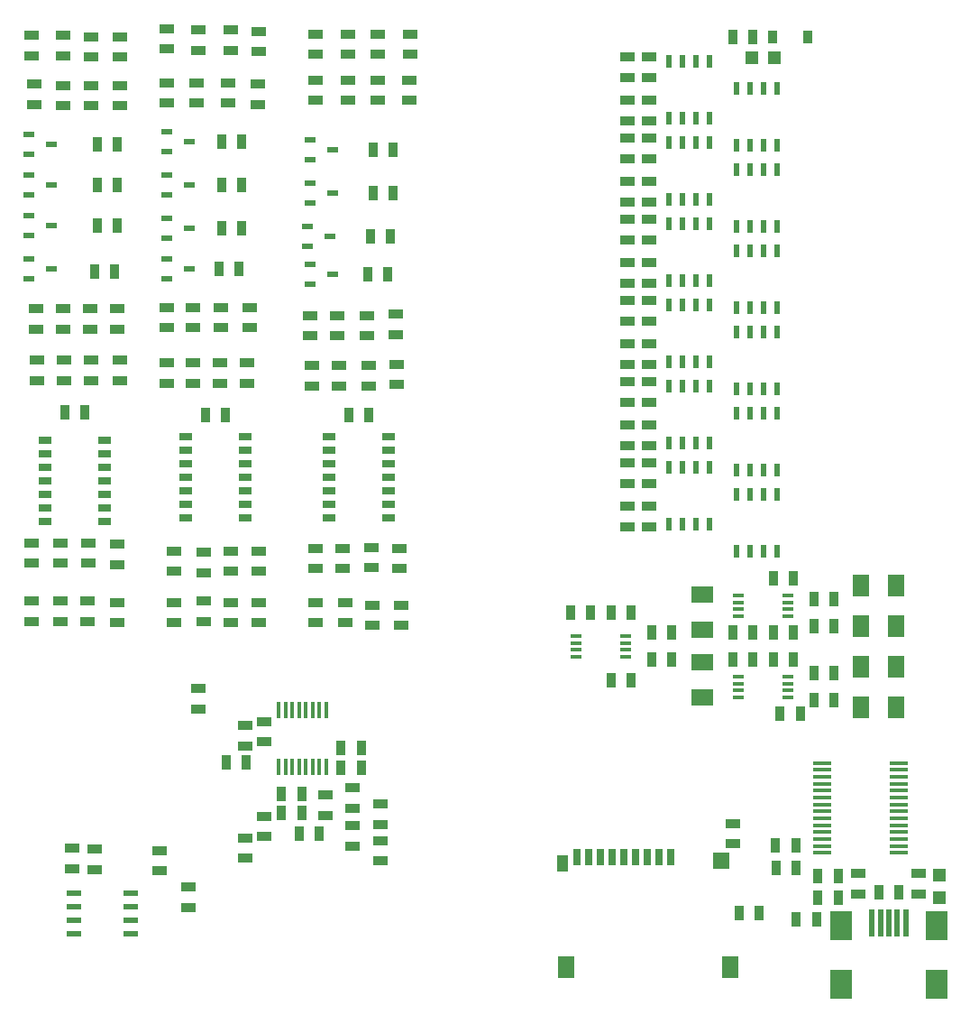
<source format=gtp>
G04 (created by PCBNEW (2013-07-07 BZR 4022)-stable) date 28/01/2014 16:49:45*
%MOIN*%
G04 Gerber Fmt 3.4, Leading zero omitted, Abs format*
%FSLAX34Y34*%
G01*
G70*
G90*
G04 APERTURE LIST*
%ADD10C,0.00590551*%
%ADD11R,0.0394X0.0236*%
%ADD12R,0.05X0.025*%
%ADD13R,0.035X0.055*%
%ADD14R,0.055X0.035*%
%ADD15R,0.0472X0.0472*%
%ADD16R,0.065X0.016*%
%ADD17R,0.02X0.1*%
%ADD18R,0.0787402X0.11*%
%ADD19R,0.03X0.06*%
%ADD20R,0.04X0.06*%
%ADD21R,0.06X0.08*%
%ADD22R,0.06X0.06*%
%ADD23R,0.0177X0.059*%
%ADD24R,0.0551X0.0236*%
%ADD25R,0.02X0.045*%
%ADD26R,0.038X0.05*%
%ADD27R,0.08X0.06*%
%ADD28R,0.0402X0.0161*%
G04 APERTURE END LIST*
G54D10*
G54D11*
X52084Y-46325D03*
X52916Y-46700D03*
X52084Y-47075D03*
X62484Y-45125D03*
X63316Y-45500D03*
X62484Y-45875D03*
X62484Y-43525D03*
X63316Y-43900D03*
X62484Y-44275D03*
X52084Y-44825D03*
X52916Y-45200D03*
X52084Y-45575D03*
X52084Y-47925D03*
X52916Y-48300D03*
X52084Y-48675D03*
X52084Y-43325D03*
X52916Y-43700D03*
X52084Y-44075D03*
X57184Y-44825D03*
X58016Y-45200D03*
X57184Y-45575D03*
X57184Y-43225D03*
X58016Y-43600D03*
X57184Y-43975D03*
X57184Y-47925D03*
X58016Y-48300D03*
X57184Y-48675D03*
X57184Y-46425D03*
X58016Y-46800D03*
X57184Y-47175D03*
G54D12*
X54900Y-57650D03*
X54900Y-57150D03*
X54900Y-56650D03*
X54900Y-56150D03*
X54900Y-55650D03*
X54900Y-55150D03*
X54900Y-54650D03*
X52700Y-54650D03*
X52700Y-55150D03*
X52700Y-55650D03*
X52700Y-56150D03*
X52700Y-56650D03*
X52700Y-57150D03*
X52700Y-57650D03*
X60100Y-57500D03*
X60100Y-57000D03*
X60100Y-56500D03*
X60100Y-56000D03*
X60100Y-55500D03*
X60100Y-55000D03*
X60100Y-54500D03*
X57900Y-54500D03*
X57900Y-55000D03*
X57900Y-55500D03*
X57900Y-56000D03*
X57900Y-56500D03*
X57900Y-57000D03*
X57900Y-57500D03*
X65400Y-57500D03*
X65400Y-57000D03*
X65400Y-56500D03*
X65400Y-56000D03*
X65400Y-55500D03*
X65400Y-55000D03*
X65400Y-54500D03*
X63200Y-54500D03*
X63200Y-55000D03*
X63200Y-55500D03*
X63200Y-56000D03*
X63200Y-56500D03*
X63200Y-57000D03*
X63200Y-57500D03*
G54D11*
X62384Y-46725D03*
X63216Y-47100D03*
X62384Y-47475D03*
X62484Y-48125D03*
X63316Y-48500D03*
X62484Y-48875D03*
G54D13*
X54175Y-53600D03*
X53425Y-53600D03*
X63925Y-53700D03*
X64675Y-53700D03*
X59375Y-53700D03*
X58625Y-53700D03*
G54D14*
X53250Y-61325D03*
X53250Y-60575D03*
X52200Y-60575D03*
X52200Y-61325D03*
X52300Y-42225D03*
X52300Y-41475D03*
X55350Y-60625D03*
X55350Y-61375D03*
X54250Y-61325D03*
X54250Y-60575D03*
X53350Y-42275D03*
X53350Y-41525D03*
X53250Y-59175D03*
X53250Y-58425D03*
X52200Y-58425D03*
X52200Y-59175D03*
X52200Y-39675D03*
X52200Y-40425D03*
X53350Y-39675D03*
X53350Y-40425D03*
X54300Y-59175D03*
X54300Y-58425D03*
X55350Y-58475D03*
X55350Y-59225D03*
X54400Y-52425D03*
X54400Y-51675D03*
X55450Y-42275D03*
X55450Y-41525D03*
X53400Y-51675D03*
X53400Y-52425D03*
X55450Y-52425D03*
X55450Y-51675D03*
X52400Y-51675D03*
X52400Y-52425D03*
X54400Y-42275D03*
X54400Y-41525D03*
X54350Y-50525D03*
X54350Y-49775D03*
X55450Y-39725D03*
X55450Y-40475D03*
X52350Y-49775D03*
X52350Y-50525D03*
X54400Y-39725D03*
X54400Y-40475D03*
X58550Y-61325D03*
X58550Y-60575D03*
X59450Y-42175D03*
X59450Y-41425D03*
X57200Y-51775D03*
X57200Y-52525D03*
X60550Y-42225D03*
X60550Y-41475D03*
X59150Y-52525D03*
X59150Y-51775D03*
G54D13*
X55375Y-45200D03*
X54625Y-45200D03*
X55375Y-43700D03*
X54625Y-43700D03*
G54D14*
X57200Y-42175D03*
X57200Y-41425D03*
X57450Y-60625D03*
X57450Y-61375D03*
X63800Y-61375D03*
X63800Y-60625D03*
X62700Y-60625D03*
X62700Y-61375D03*
X62700Y-42075D03*
X62700Y-41325D03*
X63900Y-42075D03*
X63900Y-41325D03*
X64800Y-61475D03*
X64800Y-60725D03*
X65850Y-60725D03*
X65850Y-61475D03*
X64650Y-52625D03*
X64650Y-51875D03*
X65700Y-52575D03*
X65700Y-51825D03*
X66150Y-42075D03*
X66150Y-41325D03*
X62550Y-51875D03*
X62550Y-52625D03*
X63550Y-51875D03*
X63550Y-52625D03*
X65000Y-42075D03*
X65000Y-41325D03*
X55350Y-50525D03*
X55350Y-49775D03*
X53350Y-49775D03*
X53350Y-50525D03*
X60150Y-52525D03*
X60150Y-51775D03*
X58150Y-51775D03*
X58150Y-52525D03*
X58300Y-42175D03*
X58300Y-41425D03*
X58150Y-49725D03*
X58150Y-50475D03*
X60250Y-50475D03*
X60250Y-49725D03*
X57450Y-58725D03*
X57450Y-59475D03*
X58550Y-59525D03*
X58550Y-58775D03*
X59550Y-39475D03*
X59550Y-40225D03*
X57200Y-49725D03*
X57200Y-50475D03*
X60600Y-39525D03*
X60600Y-40275D03*
X59200Y-50475D03*
X59200Y-49725D03*
X60600Y-58725D03*
X60600Y-59475D03*
X59550Y-59475D03*
X59550Y-58725D03*
X58350Y-39475D03*
X58350Y-40225D03*
X57200Y-39425D03*
X57200Y-40175D03*
G54D13*
X55375Y-46700D03*
X54625Y-46700D03*
X55275Y-48400D03*
X54525Y-48400D03*
X59975Y-43600D03*
X59225Y-43600D03*
X59975Y-45200D03*
X59225Y-45200D03*
X65575Y-45500D03*
X64825Y-45500D03*
X65575Y-43900D03*
X64825Y-43900D03*
X59875Y-48300D03*
X59125Y-48300D03*
X59975Y-46800D03*
X59225Y-46800D03*
G54D14*
X59550Y-61375D03*
X59550Y-60625D03*
X60600Y-60625D03*
X60600Y-61375D03*
X63700Y-59375D03*
X63700Y-58625D03*
X62700Y-58625D03*
X62700Y-59375D03*
X62700Y-39625D03*
X62700Y-40375D03*
X63900Y-39625D03*
X63900Y-40375D03*
X64774Y-59349D03*
X64774Y-58599D03*
X65800Y-58625D03*
X65800Y-59375D03*
X64600Y-50775D03*
X64600Y-50025D03*
X65650Y-50725D03*
X65650Y-49975D03*
X66200Y-39625D03*
X66200Y-40375D03*
X62500Y-50025D03*
X62500Y-50775D03*
X63500Y-50025D03*
X63500Y-50775D03*
X65000Y-39625D03*
X65000Y-40375D03*
G54D13*
X65375Y-48500D03*
X64625Y-48500D03*
X65475Y-47100D03*
X64725Y-47100D03*
X81275Y-71518D03*
X82025Y-71518D03*
G54D14*
X82750Y-71393D03*
X82750Y-70643D03*
G54D13*
X83525Y-71318D03*
X84275Y-71318D03*
X80475Y-70418D03*
X79725Y-70418D03*
X79700Y-69593D03*
X80450Y-69593D03*
X81275Y-70718D03*
X82025Y-70718D03*
G54D15*
X85750Y-70705D03*
X85750Y-71531D03*
G54D13*
X81225Y-72318D03*
X80475Y-72318D03*
G54D14*
X85000Y-71393D03*
X85000Y-70643D03*
G54D16*
X81433Y-68090D03*
X81433Y-68346D03*
X81433Y-68602D03*
X81433Y-68858D03*
X84267Y-67322D03*
X81433Y-67322D03*
X81433Y-67578D03*
X81433Y-67834D03*
X84267Y-69114D03*
X84267Y-68858D03*
X84267Y-68602D03*
X84267Y-68346D03*
X84267Y-68090D03*
X84267Y-67834D03*
X81433Y-69114D03*
X84267Y-67578D03*
X84267Y-67066D03*
X84267Y-66811D03*
X84267Y-66555D03*
X81433Y-66555D03*
X81433Y-66811D03*
X81433Y-67066D03*
X81433Y-69370D03*
X81433Y-69625D03*
X81433Y-69881D03*
X84267Y-69881D03*
X84267Y-69625D03*
X84267Y-69370D03*
G54D13*
X79100Y-72093D03*
X78350Y-72093D03*
G54D14*
X78125Y-69543D03*
X78125Y-68793D03*
G54D17*
X83270Y-72468D03*
X83585Y-72468D03*
X83900Y-72468D03*
X84214Y-72468D03*
X84529Y-72468D03*
G54D18*
X82128Y-74749D03*
X85671Y-74749D03*
X82128Y-72583D03*
X85671Y-72583D03*
G54D19*
X75832Y-70018D03*
X75399Y-70018D03*
X74966Y-70018D03*
X74533Y-70018D03*
X74100Y-70018D03*
X73666Y-70018D03*
X73233Y-70018D03*
X72800Y-70018D03*
X72367Y-70018D03*
G54D20*
X71837Y-70254D03*
G54D21*
X71974Y-74101D03*
X78037Y-74101D03*
G54D22*
X77714Y-70172D03*
G54D13*
X63635Y-65994D03*
X64385Y-65994D03*
X61435Y-68394D03*
X62185Y-68394D03*
G54D14*
X60810Y-65769D03*
X60810Y-65019D03*
X65110Y-70169D03*
X65110Y-69419D03*
X64060Y-69619D03*
X64060Y-68869D03*
G54D13*
X62085Y-69169D03*
X62835Y-69169D03*
G54D14*
X60110Y-70069D03*
X60110Y-69319D03*
X65110Y-68819D03*
X65110Y-68069D03*
X64060Y-68219D03*
X64060Y-67469D03*
X63060Y-68494D03*
X63060Y-67744D03*
X60810Y-69269D03*
X60810Y-68519D03*
G54D13*
X64385Y-66744D03*
X63635Y-66744D03*
X61435Y-67694D03*
X62185Y-67694D03*
G54D14*
X58372Y-64557D03*
X58372Y-63807D03*
X60110Y-65169D03*
X60110Y-65919D03*
G54D23*
X63085Y-64585D03*
X62835Y-64585D03*
X62585Y-64585D03*
X62335Y-64585D03*
X62085Y-64585D03*
X61835Y-64585D03*
X61585Y-64585D03*
X61335Y-64585D03*
X61335Y-66703D03*
X61585Y-66703D03*
X61835Y-66703D03*
X62085Y-66703D03*
X62335Y-66703D03*
X62585Y-66703D03*
X62835Y-66703D03*
X63085Y-66703D03*
G54D13*
X60135Y-66544D03*
X59385Y-66544D03*
G54D14*
X54519Y-69737D03*
X54519Y-70487D03*
X53694Y-70462D03*
X53694Y-69712D03*
X56919Y-70537D03*
X56919Y-69787D03*
G54D24*
X55869Y-71362D03*
X53769Y-71362D03*
X55869Y-71862D03*
X55869Y-72362D03*
X55869Y-72862D03*
X53769Y-71862D03*
X53769Y-72362D03*
X53769Y-72862D03*
G54D14*
X57994Y-71137D03*
X57994Y-71887D03*
X74225Y-40475D03*
X74225Y-41225D03*
X74225Y-42075D03*
X74225Y-42825D03*
X74225Y-43475D03*
X74225Y-44225D03*
X74225Y-45075D03*
X74225Y-45825D03*
X74225Y-46475D03*
X74225Y-47225D03*
X74225Y-48075D03*
X74225Y-48825D03*
X75025Y-47225D03*
X75025Y-46475D03*
X75025Y-48825D03*
X75025Y-48075D03*
X75025Y-44225D03*
X75025Y-43475D03*
X75025Y-45825D03*
X75025Y-45075D03*
X75025Y-42825D03*
X75025Y-42075D03*
X75025Y-41225D03*
X75025Y-40475D03*
G54D25*
X77275Y-48750D03*
X77275Y-46650D03*
X76775Y-48750D03*
X76275Y-48750D03*
X75775Y-48750D03*
X76775Y-46650D03*
X76275Y-46650D03*
X75775Y-46650D03*
X79775Y-49750D03*
X79775Y-47650D03*
X79275Y-49750D03*
X78775Y-49750D03*
X78275Y-49750D03*
X79275Y-47650D03*
X78775Y-47650D03*
X78275Y-47650D03*
X77275Y-45750D03*
X77275Y-43650D03*
X76775Y-45750D03*
X76275Y-45750D03*
X75775Y-45750D03*
X76775Y-43650D03*
X76275Y-43650D03*
X75775Y-43650D03*
X79775Y-43750D03*
X79775Y-41650D03*
X79275Y-43750D03*
X78775Y-43750D03*
X78275Y-43750D03*
X79275Y-41650D03*
X78775Y-41650D03*
X78275Y-41650D03*
X77275Y-42750D03*
X77275Y-40650D03*
X76775Y-42750D03*
X76275Y-42750D03*
X75775Y-42750D03*
X76775Y-40650D03*
X76275Y-40650D03*
X75775Y-40650D03*
X79775Y-46750D03*
X79775Y-44650D03*
X79275Y-46750D03*
X78775Y-46750D03*
X78275Y-46750D03*
X79275Y-44650D03*
X78775Y-44650D03*
X78275Y-44650D03*
X77275Y-54750D03*
X77275Y-52650D03*
X76775Y-54750D03*
X76275Y-54750D03*
X75775Y-54750D03*
X76775Y-52650D03*
X76275Y-52650D03*
X75775Y-52650D03*
X79775Y-58750D03*
X79775Y-56650D03*
X79275Y-58750D03*
X78775Y-58750D03*
X78275Y-58750D03*
X79275Y-56650D03*
X78775Y-56650D03*
X78275Y-56650D03*
X77275Y-57750D03*
X77275Y-55650D03*
X76775Y-57750D03*
X76275Y-57750D03*
X75775Y-57750D03*
X76775Y-55650D03*
X76275Y-55650D03*
X75775Y-55650D03*
X79775Y-55750D03*
X79775Y-53650D03*
X79275Y-55750D03*
X78775Y-55750D03*
X78275Y-55750D03*
X79275Y-53650D03*
X78775Y-53650D03*
X78275Y-53650D03*
X77275Y-51750D03*
X77275Y-49650D03*
X76775Y-51750D03*
X76275Y-51750D03*
X75775Y-51750D03*
X76775Y-49650D03*
X76275Y-49650D03*
X75775Y-49650D03*
X79775Y-52750D03*
X79775Y-50650D03*
X79275Y-52750D03*
X78775Y-52750D03*
X78275Y-52750D03*
X79275Y-50650D03*
X78775Y-50650D03*
X78275Y-50650D03*
G54D14*
X75025Y-57825D03*
X75025Y-57075D03*
X75025Y-56225D03*
X75025Y-55475D03*
X75025Y-53225D03*
X75025Y-52475D03*
X75025Y-54825D03*
X75025Y-54075D03*
X75025Y-50225D03*
X75025Y-49475D03*
X75025Y-51825D03*
X75025Y-51075D03*
G54D26*
X79610Y-39740D03*
X80900Y-39740D03*
G54D13*
X78125Y-39750D03*
X78875Y-39750D03*
G54D15*
X78837Y-40500D03*
X79663Y-40500D03*
G54D14*
X74225Y-49475D03*
X74225Y-50225D03*
X74225Y-51075D03*
X74225Y-51825D03*
X74225Y-52475D03*
X74225Y-53225D03*
X74225Y-54075D03*
X74225Y-54825D03*
X74225Y-55475D03*
X74225Y-56225D03*
X74225Y-57075D03*
X74225Y-57825D03*
G54D27*
X77000Y-62850D03*
X77000Y-64150D03*
G54D21*
X82850Y-63000D03*
X84150Y-63000D03*
X82850Y-61500D03*
X84150Y-61500D03*
X82850Y-60000D03*
X84150Y-60000D03*
X82850Y-64500D03*
X84150Y-64500D03*
G54D27*
X77000Y-61650D03*
X77000Y-60350D03*
G54D13*
X74375Y-63500D03*
X73625Y-63500D03*
X75875Y-62750D03*
X75125Y-62750D03*
X80375Y-62750D03*
X79625Y-62750D03*
X80375Y-61750D03*
X79625Y-61750D03*
X81875Y-61500D03*
X81125Y-61500D03*
X78125Y-62750D03*
X78875Y-62750D03*
X81875Y-60500D03*
X81125Y-60500D03*
X80375Y-59750D03*
X79625Y-59750D03*
X75875Y-61750D03*
X75125Y-61750D03*
X74375Y-61000D03*
X73625Y-61000D03*
X78125Y-61750D03*
X78875Y-61750D03*
X81875Y-63250D03*
X81125Y-63250D03*
X72125Y-61000D03*
X72875Y-61000D03*
X81875Y-64250D03*
X81125Y-64250D03*
X80625Y-64750D03*
X79875Y-64750D03*
G54D28*
X78344Y-63366D03*
X78344Y-63622D03*
X78344Y-63878D03*
X78344Y-64134D03*
X80156Y-64134D03*
X80156Y-63878D03*
X80156Y-63622D03*
X80156Y-63366D03*
X72344Y-61866D03*
X72344Y-62122D03*
X72344Y-62378D03*
X72344Y-62634D03*
X74156Y-62634D03*
X74156Y-62378D03*
X74156Y-62122D03*
X74156Y-61866D03*
X78344Y-60366D03*
X78344Y-60622D03*
X78344Y-60878D03*
X78344Y-61134D03*
X80156Y-61134D03*
X80156Y-60878D03*
X80156Y-60622D03*
X80156Y-60366D03*
M02*

</source>
